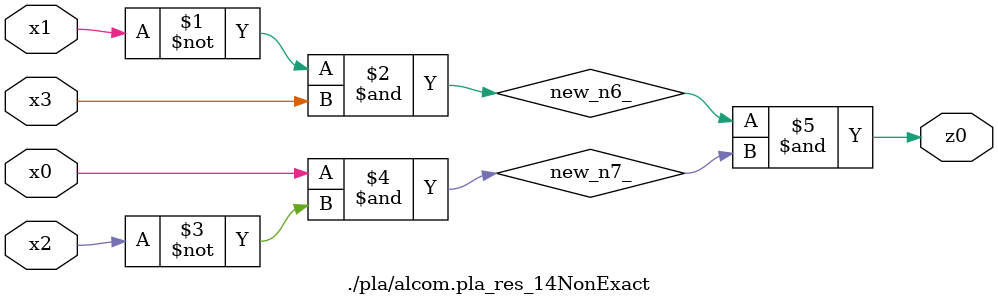
<source format=v>

module \./pla/alcom.pla_res_14NonExact  ( 
    x0, x1, x2, x3,
    z0  );
  input  x0, x1, x2, x3;
  output z0;
  wire new_n6_, new_n7_;
  assign new_n6_ = ~x1 & x3;
  assign new_n7_ = x0 & ~x2;
  assign z0 = new_n6_ & new_n7_;
endmodule



</source>
